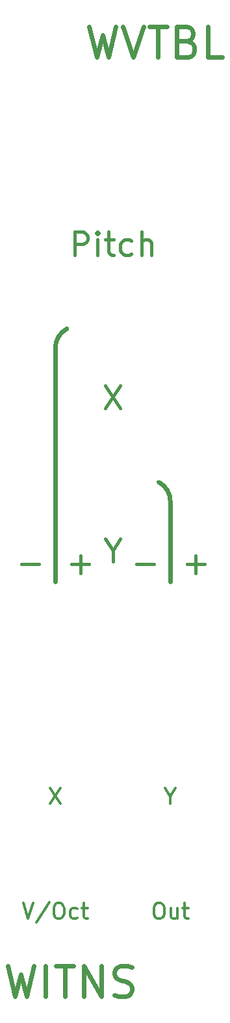
<source format=gbr>
%TF.GenerationSoftware,KiCad,Pcbnew,(6.0.9)*%
%TF.CreationDate,2023-01-29T17:19:16+01:00*%
%TF.ProjectId,wvtbl_face_plate,77767462-6c5f-4666-9163-655f706c6174,rev?*%
%TF.SameCoordinates,Original*%
%TF.FileFunction,Legend,Top*%
%TF.FilePolarity,Positive*%
%FSLAX46Y46*%
G04 Gerber Fmt 4.6, Leading zero omitted, Abs format (unit mm)*
G04 Created by KiCad (PCBNEW (6.0.9)) date 2023-01-29 17:19:16*
%MOMM*%
%LPD*%
G01*
G04 APERTURE LIST*
%ADD10C,0.600000*%
%ADD11C,0.450000*%
%ADD12C,0.300000*%
G04 APERTURE END LIST*
D10*
X44000008Y-76000016D02*
G75*
G03*
X42500000Y-78500000I1333292J-2499984D01*
G01*
X57500018Y-98500000D02*
G75*
G03*
X56000000Y-96000000I-2833318J0D01*
G01*
X42500000Y-109000000D02*
X42500000Y-78500000D01*
X57500000Y-98500000D02*
X57500000Y-109000000D01*
%TO.C,U1*%
X46928571Y-36559523D02*
X47880952Y-40559523D01*
X48642857Y-37702380D01*
X49404761Y-40559523D01*
X50357142Y-36559523D01*
X51309523Y-36559523D02*
X52642857Y-40559523D01*
X53976190Y-36559523D01*
X54738095Y-36559523D02*
X57023809Y-36559523D01*
X55880952Y-40559523D02*
X55880952Y-36559523D01*
X59690476Y-38464285D02*
X60261904Y-38654761D01*
X60452380Y-38845238D01*
X60642857Y-39226190D01*
X60642857Y-39797619D01*
X60452380Y-40178571D01*
X60261904Y-40369047D01*
X59880952Y-40559523D01*
X58357142Y-40559523D01*
X58357142Y-36559523D01*
X59690476Y-36559523D01*
X60071428Y-36750000D01*
X60261904Y-36940476D01*
X60452380Y-37321428D01*
X60452380Y-37702380D01*
X60261904Y-38083333D01*
X60071428Y-38273809D01*
X59690476Y-38464285D01*
X58357142Y-38464285D01*
X64261904Y-40559523D02*
X62357142Y-40559523D01*
X62357142Y-36559523D01*
X36309523Y-159059523D02*
X37261904Y-163059523D01*
X38023809Y-160202380D01*
X38785714Y-163059523D01*
X39738095Y-159059523D01*
X41261904Y-163059523D02*
X41261904Y-159059523D01*
X42595238Y-159059523D02*
X44880952Y-159059523D01*
X43738095Y-163059523D02*
X43738095Y-159059523D01*
X46214285Y-163059523D02*
X46214285Y-159059523D01*
X48500000Y-163059523D01*
X48500000Y-159059523D01*
X50214285Y-162869047D02*
X50785714Y-163059523D01*
X51738095Y-163059523D01*
X52119047Y-162869047D01*
X52309523Y-162678571D01*
X52500000Y-162297619D01*
X52500000Y-161916666D01*
X52309523Y-161535714D01*
X52119047Y-161345238D01*
X51738095Y-161154761D01*
X50976190Y-160964285D01*
X50595238Y-160773809D01*
X50404761Y-160583333D01*
X50214285Y-160202380D01*
X50214285Y-159821428D01*
X50404761Y-159440476D01*
X50595238Y-159250000D01*
X50976190Y-159059523D01*
X51928571Y-159059523D01*
X52500000Y-159250000D01*
D11*
%TO.C,H103*%
X49000000Y-83357142D02*
X51000000Y-86357142D01*
X51000000Y-83357142D02*
X49000000Y-86357142D01*
%TO.C,H105*%
X50000000Y-104928571D02*
X50000000Y-106357142D01*
X49000000Y-103357142D02*
X50000000Y-104928571D01*
X51000000Y-103357142D01*
%TO.C,H109*%
X53071428Y-106714285D02*
X55357142Y-106714285D01*
X57500000Y-108857142D02*
X57500000Y-104571428D01*
X59642857Y-106714285D02*
X61928571Y-106714285D01*
X60785714Y-107857142D02*
X60785714Y-105571428D01*
D12*
%TO.C,H104*%
X41833333Y-135904761D02*
X43166666Y-137904761D01*
X43166666Y-135904761D02*
X41833333Y-137904761D01*
%TO.C,H106*%
X57500000Y-136952380D02*
X57500000Y-137904761D01*
X56833333Y-135904761D02*
X57500000Y-136952380D01*
X58166666Y-135904761D01*
%TO.C,H108*%
X55833333Y-150904761D02*
X56214285Y-150904761D01*
X56404761Y-151000000D01*
X56595238Y-151190476D01*
X56690476Y-151571428D01*
X56690476Y-152238095D01*
X56595238Y-152619047D01*
X56404761Y-152809523D01*
X56214285Y-152904761D01*
X55833333Y-152904761D01*
X55642857Y-152809523D01*
X55452380Y-152619047D01*
X55357142Y-152238095D01*
X55357142Y-151571428D01*
X55452380Y-151190476D01*
X55642857Y-151000000D01*
X55833333Y-150904761D01*
X58404761Y-151571428D02*
X58404761Y-152904761D01*
X57547619Y-151571428D02*
X57547619Y-152619047D01*
X57642857Y-152809523D01*
X57833333Y-152904761D01*
X58119047Y-152904761D01*
X58309523Y-152809523D01*
X58404761Y-152714285D01*
X59071428Y-151571428D02*
X59833333Y-151571428D01*
X59357142Y-150904761D02*
X59357142Y-152619047D01*
X59452380Y-152809523D01*
X59642857Y-152904761D01*
X59833333Y-152904761D01*
D11*
%TO.C,H107*%
X38071428Y-106714285D02*
X40357142Y-106714285D01*
X42500000Y-108857142D02*
X42500000Y-104571428D01*
X44642857Y-106714285D02*
X46928571Y-106714285D01*
X45785714Y-107857142D02*
X45785714Y-105571428D01*
%TO.C,H101*%
X45000000Y-66357142D02*
X45000000Y-63357142D01*
X46142857Y-63357142D01*
X46428571Y-63500000D01*
X46571428Y-63642857D01*
X46714285Y-63928571D01*
X46714285Y-64357142D01*
X46571428Y-64642857D01*
X46428571Y-64785714D01*
X46142857Y-64928571D01*
X45000000Y-64928571D01*
X48000000Y-66357142D02*
X48000000Y-64357142D01*
X48000000Y-63357142D02*
X47857142Y-63500000D01*
X48000000Y-63642857D01*
X48142857Y-63500000D01*
X48000000Y-63357142D01*
X48000000Y-63642857D01*
X49000000Y-64357142D02*
X50142857Y-64357142D01*
X49428571Y-63357142D02*
X49428571Y-65928571D01*
X49571428Y-66214285D01*
X49857142Y-66357142D01*
X50142857Y-66357142D01*
X52428571Y-66214285D02*
X52142857Y-66357142D01*
X51571428Y-66357142D01*
X51285714Y-66214285D01*
X51142857Y-66071428D01*
X51000000Y-65785714D01*
X51000000Y-64928571D01*
X51142857Y-64642857D01*
X51285714Y-64500000D01*
X51571428Y-64357142D01*
X52142857Y-64357142D01*
X52428571Y-64500000D01*
X53714285Y-66357142D02*
X53714285Y-63357142D01*
X55000000Y-66357142D02*
X55000000Y-64785714D01*
X54857142Y-64500000D01*
X54571428Y-64357142D01*
X54142857Y-64357142D01*
X53857142Y-64500000D01*
X53714285Y-64642857D01*
D12*
%TO.C,H102*%
X38309523Y-150904761D02*
X38976190Y-152904761D01*
X39642857Y-150904761D01*
X41738095Y-150809523D02*
X40023809Y-153380952D01*
X42785714Y-150904761D02*
X43166666Y-150904761D01*
X43357142Y-151000000D01*
X43547619Y-151190476D01*
X43642857Y-151571428D01*
X43642857Y-152238095D01*
X43547619Y-152619047D01*
X43357142Y-152809523D01*
X43166666Y-152904761D01*
X42785714Y-152904761D01*
X42595238Y-152809523D01*
X42404761Y-152619047D01*
X42309523Y-152238095D01*
X42309523Y-151571428D01*
X42404761Y-151190476D01*
X42595238Y-151000000D01*
X42785714Y-150904761D01*
X45357142Y-152809523D02*
X45166666Y-152904761D01*
X44785714Y-152904761D01*
X44595238Y-152809523D01*
X44500000Y-152714285D01*
X44404761Y-152523809D01*
X44404761Y-151952380D01*
X44500000Y-151761904D01*
X44595238Y-151666666D01*
X44785714Y-151571428D01*
X45166666Y-151571428D01*
X45357142Y-151666666D01*
X45928571Y-151571428D02*
X46690476Y-151571428D01*
X46214285Y-150904761D02*
X46214285Y-152619047D01*
X46309523Y-152809523D01*
X46500000Y-152904761D01*
X46690476Y-152904761D01*
%TD*%
M02*

</source>
